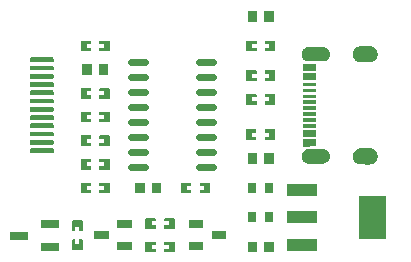
<source format=gtp>
G04 Layer: TopPasteMaskLayer*
G04 EasyEDA v6.4.25, 2021-11-23T22:34:31+08:00*
G04 edc2d8422afb4d2cae5fb123c77887e6,45ba98ba689c459a8d72e4540021d05b,10*
G04 Gerber Generator version 0.2*
G04 Scale: 100 percent, Rotated: No, Reflected: No *
G04 Dimensions in millimeters *
G04 leading zeros omitted , absolute positions ,4 integer and 5 decimal *
%FSLAX45Y45*%
%MOMM*%

%ADD12C,0.5600*%
%ADD14R,0.8000X0.9000*%
%ADD15R,1.2500X0.7000*%
%ADD16R,1.5000X0.7000*%
%ADD20R,2.5000X1.1000*%

%LPD*%
G36*
X1089507Y1995017D02*
G01*
X1084478Y1989988D01*
X1084478Y1967179D01*
X1121511Y1967179D01*
X1121511Y1934210D01*
X1084478Y1934210D01*
X1084478Y1909978D01*
X1089507Y1905000D01*
X1169517Y1905000D01*
X1174496Y1909978D01*
X1174496Y1989988D01*
X1169517Y1995017D01*
G37*
G36*
X930503Y1995017D02*
G01*
X925525Y1989988D01*
X925525Y1909978D01*
X930503Y1905000D01*
X1009497Y1905000D01*
X1014476Y1909978D01*
X1014476Y1934210D01*
X976528Y1934210D01*
X976528Y1967179D01*
X1014476Y1967179D01*
X1014476Y1989988D01*
X1009497Y1995017D01*
G37*
G36*
X1480515Y294995D02*
G01*
X1475486Y290017D01*
X1475486Y210007D01*
X1480515Y204978D01*
X1560474Y204978D01*
X1565503Y210007D01*
X1565503Y232816D01*
X1528521Y232816D01*
X1528521Y265785D01*
X1565503Y265785D01*
X1565503Y290017D01*
X1560474Y294995D01*
G37*
G36*
X1640484Y294995D02*
G01*
X1635506Y290017D01*
X1635506Y265785D01*
X1673504Y265785D01*
X1673504Y232816D01*
X1635506Y232816D01*
X1635506Y210007D01*
X1640484Y204978D01*
X1719478Y204978D01*
X1724507Y210007D01*
X1724507Y290017D01*
X1719478Y294995D01*
G37*
G36*
X1639519Y494995D02*
G01*
X1634489Y490016D01*
X1634489Y467207D01*
X1671523Y467207D01*
X1671523Y434187D01*
X1634489Y434187D01*
X1634489Y410006D01*
X1639519Y404977D01*
X1719478Y404977D01*
X1724507Y410006D01*
X1724507Y490016D01*
X1719478Y494995D01*
G37*
G36*
X1480515Y494995D02*
G01*
X1475486Y490016D01*
X1475486Y410006D01*
X1480515Y404977D01*
X1559509Y404977D01*
X1564487Y410006D01*
X1564487Y434187D01*
X1526489Y434187D01*
X1526489Y467207D01*
X1564487Y467207D01*
X1564487Y490016D01*
X1559509Y494995D01*
G37*
G36*
X2330500Y1544980D02*
G01*
X2325522Y1540002D01*
X2325522Y1459992D01*
X2330500Y1455013D01*
X2410510Y1455013D01*
X2415489Y1459992D01*
X2415489Y1482801D01*
X2378506Y1482801D01*
X2378506Y1515821D01*
X2415489Y1515821D01*
X2415489Y1540002D01*
X2410510Y1544980D01*
G37*
G36*
X2490520Y1544980D02*
G01*
X2485491Y1540002D01*
X2485491Y1515821D01*
X2523490Y1515821D01*
X2523490Y1482801D01*
X2485491Y1482801D01*
X2485491Y1459992D01*
X2490520Y1455013D01*
X2569514Y1455013D01*
X2574493Y1459992D01*
X2574493Y1540002D01*
X2569514Y1544980D01*
G37*
G36*
X2489504Y1245006D02*
G01*
X2484475Y1239977D01*
X2484475Y1217218D01*
X2521508Y1217218D01*
X2521508Y1184198D01*
X2484475Y1184198D01*
X2484475Y1160018D01*
X2489504Y1154988D01*
X2569514Y1154988D01*
X2574493Y1160018D01*
X2574493Y1239977D01*
X2569514Y1245006D01*
G37*
G36*
X2330500Y1245006D02*
G01*
X2325522Y1239977D01*
X2325522Y1160018D01*
X2330500Y1154988D01*
X2409494Y1154988D01*
X2414524Y1160018D01*
X2414524Y1184198D01*
X2376525Y1184198D01*
X2376525Y1217218D01*
X2414524Y1217218D01*
X2414524Y1239977D01*
X2409494Y1245006D01*
G37*
G36*
X2330500Y1744980D02*
G01*
X2325522Y1740001D01*
X2325522Y1659991D01*
X2330500Y1655013D01*
X2410510Y1655013D01*
X2415489Y1659991D01*
X2415489Y1682800D01*
X2378506Y1682800D01*
X2378506Y1715820D01*
X2415489Y1715820D01*
X2415489Y1740001D01*
X2410510Y1744980D01*
G37*
G36*
X2490520Y1744980D02*
G01*
X2485491Y1740001D01*
X2485491Y1715820D01*
X2523490Y1715820D01*
X2523490Y1682800D01*
X2485491Y1682800D01*
X2485491Y1659991D01*
X2490520Y1655013D01*
X2569514Y1655013D01*
X2574493Y1659991D01*
X2574493Y1740001D01*
X2569514Y1744980D01*
G37*
G36*
X930503Y1195019D02*
G01*
X925474Y1189990D01*
X925474Y1109980D01*
X930503Y1105001D01*
X1010513Y1105001D01*
X1015492Y1109980D01*
X1015492Y1132789D01*
X978509Y1132789D01*
X978509Y1165809D01*
X1015492Y1165809D01*
X1015492Y1189990D01*
X1010513Y1195019D01*
G37*
G36*
X1090472Y1195019D02*
G01*
X1085494Y1189990D01*
X1085494Y1165809D01*
X1123492Y1165809D01*
X1123492Y1132789D01*
X1085494Y1132789D01*
X1085494Y1109980D01*
X1090472Y1105001D01*
X1169517Y1105001D01*
X1174496Y1109980D01*
X1174496Y1189990D01*
X1169517Y1195019D01*
G37*
G36*
X1939493Y795020D02*
G01*
X1934514Y789990D01*
X1934514Y767181D01*
X1971497Y767181D01*
X1971497Y734212D01*
X1934514Y734212D01*
X1934514Y709980D01*
X1939493Y705002D01*
X2019503Y705002D01*
X2024481Y709980D01*
X2024481Y789990D01*
X2019503Y795020D01*
G37*
G36*
X1780489Y795020D02*
G01*
X1775510Y789990D01*
X1775510Y709980D01*
X1780489Y705002D01*
X1859483Y705002D01*
X1864512Y709980D01*
X1864512Y734212D01*
X1826514Y734212D01*
X1826514Y767181D01*
X1864512Y767181D01*
X1864512Y789990D01*
X1859483Y795020D01*
G37*
G36*
X930503Y995019D02*
G01*
X925474Y989990D01*
X925474Y909980D01*
X930503Y905002D01*
X1010513Y905002D01*
X1015492Y909980D01*
X1015492Y932789D01*
X978509Y932789D01*
X978509Y965809D01*
X1015492Y965809D01*
X1015492Y989990D01*
X1010513Y995019D01*
G37*
G36*
X1090472Y995019D02*
G01*
X1085494Y989990D01*
X1085494Y965809D01*
X1123492Y965809D01*
X1123492Y932789D01*
X1085494Y932789D01*
X1085494Y909980D01*
X1090472Y905002D01*
X1169517Y905002D01*
X1174496Y909980D01*
X1174496Y989990D01*
X1169517Y995019D01*
G37*
G36*
X930503Y1395018D02*
G01*
X925474Y1389989D01*
X925474Y1309979D01*
X930503Y1305001D01*
X1010513Y1305001D01*
X1015492Y1309979D01*
X1015492Y1332788D01*
X978509Y1332788D01*
X978509Y1365808D01*
X1015492Y1365808D01*
X1015492Y1389989D01*
X1010513Y1395018D01*
G37*
G36*
X1090472Y1395018D02*
G01*
X1085494Y1389989D01*
X1085494Y1365808D01*
X1123492Y1365808D01*
X1123492Y1332788D01*
X1085494Y1332788D01*
X1085494Y1309979D01*
X1090472Y1305001D01*
X1169517Y1305001D01*
X1174496Y1309979D01*
X1174496Y1389989D01*
X1169517Y1395018D01*
G37*
G36*
X930503Y1595018D02*
G01*
X925474Y1589989D01*
X925474Y1509979D01*
X930503Y1505000D01*
X1010513Y1505000D01*
X1015492Y1509979D01*
X1015492Y1532788D01*
X978509Y1532788D01*
X978509Y1565808D01*
X1015492Y1565808D01*
X1015492Y1589989D01*
X1010513Y1595018D01*
G37*
G36*
X1090472Y1595018D02*
G01*
X1085494Y1589989D01*
X1085494Y1565808D01*
X1123492Y1565808D01*
X1123492Y1532788D01*
X1085494Y1532788D01*
X1085494Y1509979D01*
X1090472Y1505000D01*
X1169517Y1505000D01*
X1174496Y1509979D01*
X1174496Y1589989D01*
X1169517Y1595018D01*
G37*
G36*
X2330500Y1995017D02*
G01*
X2325522Y1989988D01*
X2325522Y1910029D01*
X2330500Y1905000D01*
X2410510Y1905000D01*
X2415489Y1910029D01*
X2415489Y1932787D01*
X2378506Y1932787D01*
X2378506Y1965807D01*
X2415489Y1965807D01*
X2415489Y1989988D01*
X2410510Y1995017D01*
G37*
G36*
X2490520Y1995017D02*
G01*
X2485491Y1989988D01*
X2485491Y1965807D01*
X2523490Y1965807D01*
X2523490Y1932787D01*
X2485491Y1932787D01*
X2485491Y1910029D01*
X2490520Y1905000D01*
X2569514Y1905000D01*
X2574493Y1910029D01*
X2574493Y1989988D01*
X2569514Y1995017D01*
G37*
G36*
X930503Y795020D02*
G01*
X925474Y789990D01*
X925474Y709980D01*
X930503Y705002D01*
X1010513Y705002D01*
X1015492Y709980D01*
X1015492Y732790D01*
X978509Y732790D01*
X978509Y765810D01*
X1015492Y765810D01*
X1015492Y789990D01*
X1010513Y795020D01*
G37*
G36*
X1090472Y795020D02*
G01*
X1085494Y789990D01*
X1085494Y765810D01*
X1123492Y765810D01*
X1123492Y732790D01*
X1085494Y732790D01*
X1085494Y709980D01*
X1090472Y705002D01*
X1169517Y705002D01*
X1174496Y709980D01*
X1174496Y789990D01*
X1169517Y795020D01*
G37*
G36*
X859993Y474522D02*
G01*
X855014Y469493D01*
X855014Y389483D01*
X859993Y384505D01*
X882802Y384505D01*
X882802Y421487D01*
X915822Y421487D01*
X915822Y384505D01*
X940003Y384505D01*
X944981Y389483D01*
X944981Y469493D01*
X940003Y474522D01*
G37*
G36*
X859993Y314502D02*
G01*
X855014Y309524D01*
X855014Y230479D01*
X859993Y225501D01*
X940003Y225501D01*
X944981Y230479D01*
X944981Y309524D01*
X940003Y314502D01*
X915822Y314502D01*
X915822Y276504D01*
X882802Y276504D01*
X882802Y314502D01*
G37*
G36*
X2805988Y1290015D02*
G01*
X2805988Y1259992D01*
X2921000Y1259992D01*
X2921000Y1290015D01*
G37*
G36*
X2805988Y1340002D02*
G01*
X2805988Y1309979D01*
X2921000Y1309979D01*
X2921000Y1340002D01*
G37*
G36*
X2805988Y1389989D02*
G01*
X2805988Y1360017D01*
X2921000Y1360017D01*
X2921000Y1389989D01*
G37*
G36*
X2805988Y1440027D02*
G01*
X2805988Y1410004D01*
X2921000Y1410004D01*
X2921000Y1440027D01*
G37*
G36*
X2805988Y1490014D02*
G01*
X2805988Y1459992D01*
X2921000Y1459992D01*
X2921000Y1490014D01*
G37*
G36*
X2805988Y1540002D02*
G01*
X2805988Y1509979D01*
X2921000Y1509979D01*
X2921000Y1540002D01*
G37*
G36*
X2805988Y1589989D02*
G01*
X2805988Y1560017D01*
X2921000Y1560017D01*
X2921000Y1589989D01*
G37*
G36*
X2805988Y1640027D02*
G01*
X2805988Y1610004D01*
X2921000Y1610004D01*
X2921000Y1640027D01*
G37*
G36*
X2858973Y1080008D02*
G01*
X2851861Y1079601D01*
X2844850Y1078382D01*
X2837992Y1076350D01*
X2831388Y1073607D01*
X2825191Y1070102D01*
X2819400Y1065885D01*
X2814167Y1061059D01*
X2809494Y1055674D01*
X2805480Y1049782D01*
X2802128Y1043482D01*
X2799537Y1036828D01*
X2797708Y1029919D01*
X2796692Y1022858D01*
X2796489Y1015695D01*
X2797098Y1008583D01*
X2798521Y1001623D01*
X2800756Y994816D01*
X2803702Y988314D01*
X2807411Y982218D01*
X2811729Y976579D01*
X2816707Y971448D01*
X2822244Y966927D01*
X2828239Y963066D01*
X2834640Y959916D01*
X2841396Y957529D01*
X2848305Y955903D01*
X2855417Y955090D01*
X2973984Y954989D01*
X2981096Y955395D01*
X2988157Y956614D01*
X2994964Y958646D01*
X3001568Y961390D01*
X3007766Y964895D01*
X3013557Y969111D01*
X3018790Y973937D01*
X3023463Y979322D01*
X3027527Y985215D01*
X3030829Y991514D01*
X3032252Y994816D01*
X3034436Y1001623D01*
X3035858Y1008583D01*
X3036468Y1015695D01*
X3036265Y1022858D01*
X3035249Y1029919D01*
X3033420Y1036828D01*
X3032252Y1040180D01*
X3029254Y1046683D01*
X3025597Y1052779D01*
X3021228Y1058418D01*
X3016250Y1063548D01*
X3010712Y1068070D01*
X3004718Y1071930D01*
X2998317Y1075080D01*
X2991612Y1077468D01*
X2984652Y1079093D01*
X2977540Y1079906D01*
G37*
G36*
X2858973Y1944979D02*
G01*
X2851861Y1944573D01*
X2844850Y1943354D01*
X2841396Y1942490D01*
X2834640Y1940052D01*
X2828239Y1936902D01*
X2822244Y1933041D01*
X2816707Y1928571D01*
X2811729Y1923440D01*
X2807411Y1917801D01*
X2803702Y1911654D01*
X2800756Y1905152D01*
X2798521Y1898396D01*
X2797098Y1891385D01*
X2796489Y1884273D01*
X2796692Y1877161D01*
X2797708Y1870100D01*
X2799537Y1863191D01*
X2802128Y1856536D01*
X2805480Y1850237D01*
X2809494Y1844344D01*
X2811729Y1841550D01*
X2816707Y1836470D01*
X2822244Y1831949D01*
X2828239Y1828088D01*
X2834640Y1824939D01*
X2837992Y1823618D01*
X2844850Y1821637D01*
X2851861Y1820418D01*
X2858973Y1820011D01*
X2977540Y1820113D01*
X2984652Y1820925D01*
X2991612Y1822551D01*
X2998317Y1824939D01*
X3004718Y1828088D01*
X3010712Y1831949D01*
X3016250Y1836470D01*
X3021228Y1841550D01*
X3025597Y1847240D01*
X3029254Y1853336D01*
X3032252Y1859838D01*
X3034436Y1866595D01*
X3035858Y1873605D01*
X3036468Y1880717D01*
X3036265Y1887829D01*
X3035249Y1894890D01*
X3033420Y1901799D01*
X3032252Y1905152D01*
X3029254Y1911654D01*
X3025597Y1917801D01*
X3021228Y1923440D01*
X3016250Y1928571D01*
X3010712Y1933041D01*
X3004718Y1936902D01*
X2998317Y1940052D01*
X2991612Y1942490D01*
X2984652Y1944065D01*
X2977540Y1944878D01*
G37*
G36*
X3301492Y1087475D02*
G01*
X3293922Y1087069D01*
X3286455Y1085850D01*
X3279140Y1083818D01*
X3275584Y1082548D01*
X3268726Y1079347D01*
X3262223Y1075436D01*
X3256178Y1070864D01*
X3250692Y1065631D01*
X3245764Y1059840D01*
X3241548Y1053592D01*
X3237992Y1046886D01*
X3236468Y1043432D01*
X3234080Y1036218D01*
X3232454Y1028801D01*
X3231591Y1021283D01*
X3231591Y1013714D01*
X3232454Y1006195D01*
X3234080Y998778D01*
X3236468Y991565D01*
X3239668Y984707D01*
X3243580Y978204D01*
X3248152Y972159D01*
X3253384Y966673D01*
X3256178Y964133D01*
X3262223Y959561D01*
X3268726Y955649D01*
X3275584Y952449D01*
X3282797Y950061D01*
X3290163Y948436D01*
X3297732Y947623D01*
X3371494Y947521D01*
X3379063Y947928D01*
X3386582Y949147D01*
X3393846Y951179D01*
X3397402Y952449D01*
X3404311Y955649D01*
X3410813Y959561D01*
X3416808Y964133D01*
X3422345Y969365D01*
X3424885Y972159D01*
X3429457Y978204D01*
X3433368Y984707D01*
X3436518Y991565D01*
X3438956Y998778D01*
X3440582Y1006195D01*
X3441395Y1013714D01*
X3441395Y1021283D01*
X3440582Y1028801D01*
X3438956Y1036218D01*
X3436518Y1043432D01*
X3433368Y1050290D01*
X3429457Y1056792D01*
X3424885Y1062837D01*
X3419652Y1068324D01*
X3413861Y1073200D01*
X3407613Y1077468D01*
X3400907Y1081024D01*
X3397402Y1082548D01*
X3390239Y1084935D01*
X3382822Y1086561D01*
X3375304Y1087374D01*
G37*
G36*
X3301492Y1952498D02*
G01*
X3293922Y1952091D01*
X3286455Y1950872D01*
X3279140Y1948840D01*
X3272129Y1946046D01*
X3265424Y1942490D01*
X3259175Y1938223D01*
X3253384Y1933295D01*
X3248152Y1927809D01*
X3243580Y1921764D01*
X3239668Y1915312D01*
X3236468Y1908403D01*
X3234080Y1901240D01*
X3232454Y1893824D01*
X3231591Y1886305D01*
X3231591Y1878685D01*
X3232454Y1871167D01*
X3234080Y1863750D01*
X3236468Y1856587D01*
X3239668Y1849729D01*
X3243580Y1843227D01*
X3248152Y1837182D01*
X3253384Y1831695D01*
X3259175Y1826768D01*
X3265424Y1822500D01*
X3272129Y1818995D01*
X3279140Y1816150D01*
X3286455Y1814118D01*
X3293922Y1812899D01*
X3301492Y1812493D01*
X3375304Y1812594D01*
X3382822Y1813407D01*
X3390239Y1815033D01*
X3397402Y1817471D01*
X3404311Y1820672D01*
X3407613Y1822500D01*
X3413861Y1826768D01*
X3419652Y1831695D01*
X3424885Y1837182D01*
X3429457Y1843227D01*
X3433368Y1849729D01*
X3436518Y1856587D01*
X3438956Y1863750D01*
X3440582Y1871167D01*
X3441395Y1878685D01*
X3441395Y1886305D01*
X3440582Y1893824D01*
X3438956Y1901240D01*
X3436518Y1908403D01*
X3433368Y1915312D01*
X3429457Y1921764D01*
X3424885Y1927809D01*
X3419652Y1933295D01*
X3413861Y1938223D01*
X3407613Y1942490D01*
X3400907Y1946046D01*
X3393846Y1948840D01*
X3386582Y1950872D01*
X3379063Y1952091D01*
X3371494Y1952498D01*
G37*
G36*
X2805988Y1160119D02*
G01*
X2805988Y1099718D01*
X2915005Y1100074D01*
X2915005Y1099718D01*
X2921000Y1099718D01*
X2921000Y1160119D01*
G37*
G36*
X2805988Y1240078D02*
G01*
X2805988Y1179677D01*
X2915056Y1180033D01*
X2915056Y1179677D01*
X2921050Y1179677D01*
X2921050Y1240078D01*
G37*
G36*
X2805836Y1720189D02*
G01*
X2805836Y1659737D01*
X2914904Y1660093D01*
X2914904Y1659737D01*
X2920898Y1659737D01*
X2920898Y1720189D01*
G37*
G36*
X2805734Y1799894D02*
G01*
X2805734Y1739493D01*
X2914802Y1739849D01*
X2914802Y1739493D01*
X2920796Y1739493D01*
X2920796Y1799894D01*
G37*
D12*
X1927994Y930503D02*
G01*
X2046495Y930503D01*
X1927994Y1057503D02*
G01*
X2046495Y1057503D01*
X1927994Y1184503D02*
G01*
X2046495Y1184503D01*
X1927994Y1311503D02*
G01*
X2046495Y1311503D01*
X1927994Y1438503D02*
G01*
X2046495Y1438503D01*
X1927994Y1565503D02*
G01*
X2046495Y1565503D01*
X1927994Y1692503D02*
G01*
X2046495Y1692503D01*
X1927994Y1819503D02*
G01*
X2046495Y1819503D01*
X1353497Y930503D02*
G01*
X1471998Y930503D01*
X1353497Y1057503D02*
G01*
X1471998Y1057503D01*
X1353497Y1184503D02*
G01*
X1471998Y1184503D01*
X1353497Y1311503D02*
G01*
X1471998Y1311503D01*
X1353497Y1438503D02*
G01*
X1471998Y1438503D01*
X1353497Y1565503D02*
G01*
X1471998Y1565503D01*
X1353497Y1692503D02*
G01*
X1471998Y1692503D01*
X1353497Y1819503D02*
G01*
X1471998Y1819503D01*
G36*
X1080000Y1795000D02*
G01*
X1160000Y1795000D01*
X1160000Y1704997D01*
X1080000Y1704997D01*
G37*
G36*
X940000Y1795000D02*
G01*
X1020000Y1795000D01*
X1020000Y1704997D01*
X940000Y1704997D01*
G37*
G36*
X2480000Y295000D02*
G01*
X2559999Y295000D01*
X2559999Y204998D01*
X2480000Y204998D01*
G37*
G36*
X2340000Y295000D02*
G01*
X2420000Y295000D01*
X2420000Y204998D01*
X2340000Y204998D01*
G37*
D14*
G01*
X2380005Y499998D03*
G01*
X2520010Y499998D03*
G36*
X1529999Y795002D02*
G01*
X1609999Y795002D01*
X1609999Y704999D01*
X1529999Y704999D01*
G37*
G36*
X1389999Y795002D02*
G01*
X1469999Y795002D01*
X1469999Y704999D01*
X1389999Y704999D01*
G37*
G36*
X2480000Y1045001D02*
G01*
X2559999Y1045001D01*
X2559999Y954999D01*
X2480000Y954999D01*
G37*
G36*
X2340000Y1045001D02*
G01*
X2420000Y1045001D01*
X2420000Y954999D01*
X2340000Y954999D01*
G37*
G01*
X2380005Y750011D03*
G01*
X2520010Y750011D03*
G36*
X2480000Y2245001D02*
G01*
X2559999Y2245001D01*
X2559999Y2154999D01*
X2480000Y2154999D01*
G37*
G36*
X2340000Y2245001D02*
G01*
X2420000Y2245001D01*
X2420000Y2154999D01*
X2340000Y2154999D01*
G37*
G36*
X1237500Y290004D02*
G01*
X1362499Y290004D01*
X1362499Y220002D01*
X1237500Y220002D01*
G37*
G36*
X1237500Y479993D02*
G01*
X1362499Y479993D01*
X1362499Y409994D01*
X1237500Y409994D01*
G37*
G36*
X1037501Y384997D02*
G01*
X1162499Y384997D01*
X1162499Y314998D01*
X1037501Y314998D01*
G37*
D15*
G01*
X1899996Y445007D03*
G01*
X1899996Y255015D03*
G01*
X2099995Y350012D03*
D16*
G01*
X401523Y344703D03*
G01*
X663981Y439699D03*
G01*
X663955Y249707D03*
D20*
G01*
X2803016Y729995D03*
G01*
X2803016Y499998D03*
G01*
X2803016Y270002D03*
G36*
X3280001Y319999D02*
G01*
X3280001Y679998D01*
X3514001Y679998D01*
X3514001Y319999D01*
G37*
G36*
X689490Y1854794D02*
G01*
X696561Y1851863D01*
X699490Y1844794D01*
X699490Y1824794D01*
X696561Y1817723D01*
X689490Y1814794D01*
X506290Y1814794D01*
X499219Y1817723D01*
X496290Y1824794D01*
X496290Y1844794D01*
X499219Y1851863D01*
X506290Y1854794D01*
G37*
G36*
X689490Y1784791D02*
G01*
X696561Y1781863D01*
X699490Y1774791D01*
X699490Y1754792D01*
X696561Y1747723D01*
X689490Y1744792D01*
X506290Y1744792D01*
X499219Y1747723D01*
X496290Y1754792D01*
X496290Y1774791D01*
X499219Y1781863D01*
X506290Y1784791D01*
G37*
G36*
X689490Y1714792D02*
G01*
X696561Y1711863D01*
X699490Y1704792D01*
X699490Y1684792D01*
X696561Y1677723D01*
X689490Y1674792D01*
X506290Y1674792D01*
X499219Y1677723D01*
X496290Y1684792D01*
X496290Y1704792D01*
X499219Y1711863D01*
X506290Y1714792D01*
G37*
G36*
X689490Y1644792D02*
G01*
X696561Y1641863D01*
X699490Y1634792D01*
X699490Y1614792D01*
X696561Y1607720D01*
X689490Y1604792D01*
X506290Y1604792D01*
X499219Y1607720D01*
X496290Y1614792D01*
X496290Y1634792D01*
X499219Y1641863D01*
X506290Y1644792D01*
G37*
G36*
X689490Y1574792D02*
G01*
X696561Y1571863D01*
X699490Y1564792D01*
X699490Y1544792D01*
X696561Y1537721D01*
X689490Y1534792D01*
X506290Y1534792D01*
X499219Y1537721D01*
X496290Y1544792D01*
X496290Y1564792D01*
X499219Y1571863D01*
X506290Y1574792D01*
G37*
G36*
X689490Y1504792D02*
G01*
X696561Y1501863D01*
X699490Y1494792D01*
X699490Y1474792D01*
X696561Y1467721D01*
X689490Y1464792D01*
X506290Y1464792D01*
X499219Y1467721D01*
X496290Y1474792D01*
X496290Y1494792D01*
X499219Y1501863D01*
X506290Y1504792D01*
G37*
G36*
X689490Y1084793D02*
G01*
X696561Y1081864D01*
X699490Y1074793D01*
X699490Y1054793D01*
X696561Y1047722D01*
X689490Y1044793D01*
X506290Y1044793D01*
X499219Y1047722D01*
X496290Y1054793D01*
X496290Y1074793D01*
X499219Y1081864D01*
X506290Y1084793D01*
G37*
G36*
X689490Y1154793D02*
G01*
X696561Y1151864D01*
X699490Y1144793D01*
X699490Y1124793D01*
X696561Y1117721D01*
X689490Y1114793D01*
X506290Y1114793D01*
X499219Y1117721D01*
X496290Y1124793D01*
X496290Y1144793D01*
X499219Y1151864D01*
X506290Y1154793D01*
G37*
G36*
X689490Y1224793D02*
G01*
X696561Y1221864D01*
X699490Y1214793D01*
X699490Y1194793D01*
X696561Y1187721D01*
X689490Y1184793D01*
X506290Y1184793D01*
X499219Y1187721D01*
X496290Y1194793D01*
X496290Y1214793D01*
X499219Y1221864D01*
X506290Y1224793D01*
G37*
G36*
X689490Y1294792D02*
G01*
X696561Y1291864D01*
X699490Y1284792D01*
X699490Y1264793D01*
X696561Y1257721D01*
X689490Y1254793D01*
X506290Y1254793D01*
X499219Y1257721D01*
X496290Y1264793D01*
X496290Y1284792D01*
X499219Y1291864D01*
X506290Y1294792D01*
G37*
G36*
X689490Y1364792D02*
G01*
X696561Y1361864D01*
X699490Y1354792D01*
X699490Y1334792D01*
X696561Y1327721D01*
X689490Y1324792D01*
X506290Y1324792D01*
X499219Y1327721D01*
X496290Y1334792D01*
X496290Y1354792D01*
X499219Y1361864D01*
X506290Y1364792D01*
G37*
G36*
X689490Y1434792D02*
G01*
X696561Y1431864D01*
X699490Y1424792D01*
X699490Y1404792D01*
X696561Y1397721D01*
X689490Y1394792D01*
X506290Y1394792D01*
X499219Y1397721D01*
X496290Y1404792D01*
X496290Y1424792D01*
X499219Y1431864D01*
X506290Y1434792D01*
G37*
M02*

</source>
